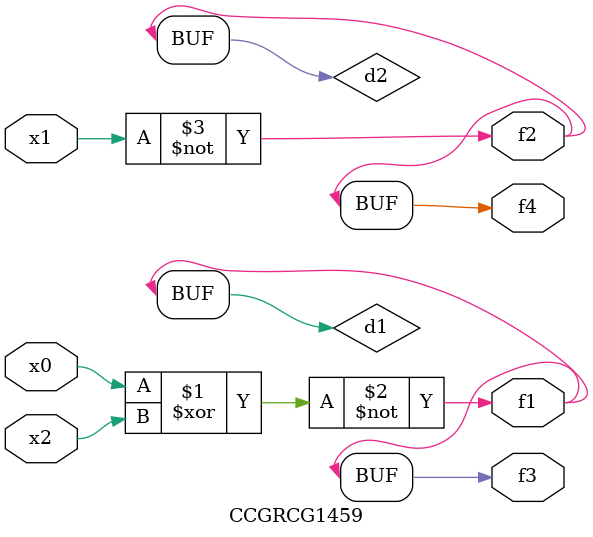
<source format=v>
module CCGRCG1459(
	input x0, x1, x2,
	output f1, f2, f3, f4
);

	wire d1, d2, d3;

	xnor (d1, x0, x2);
	nand (d2, x1);
	nor (d3, x1, x2);
	assign f1 = d1;
	assign f2 = d2;
	assign f3 = d1;
	assign f4 = d2;
endmodule

</source>
